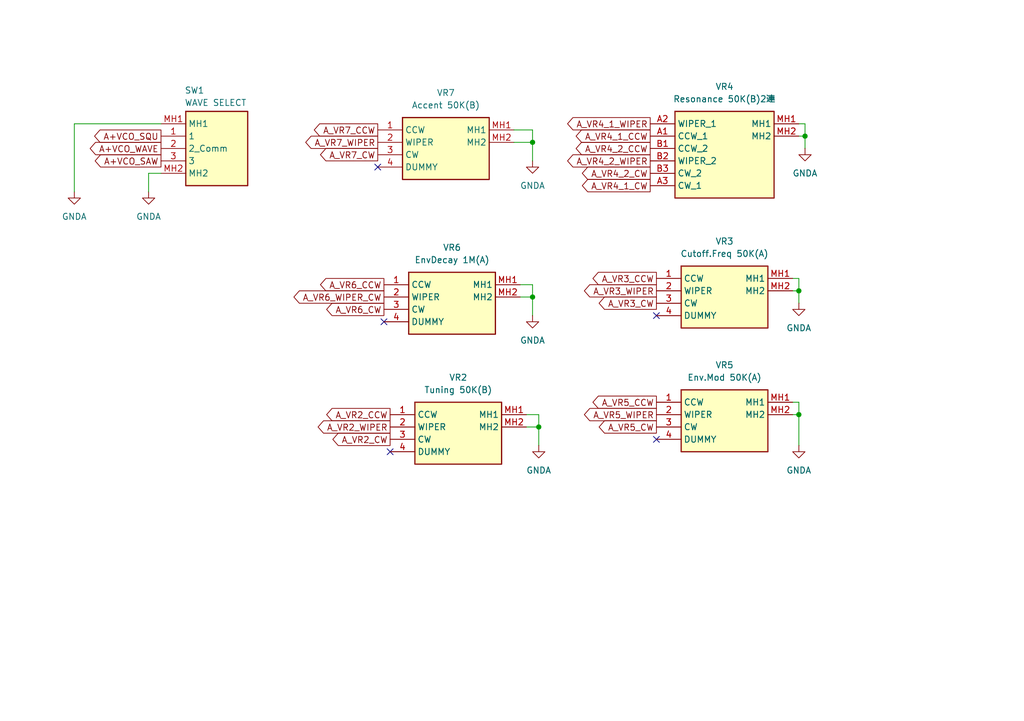
<source format=kicad_sch>
(kicad_sch (version 20231120) (generator "eeschema") (generator_version "8.0")
  (paper "A5")
  (lib_symbols
    (symbol "SamacSys_Parts:2MS1T1B4VS2QES"
      (property "Reference" "IC" (at 19.05 7.62 0))
      (property "Value" "2MS1T1B4VS2QES" (at 19.05 5.08 0))
      (symbol "2MS1T1B4VS2QES_1_1"
        (rectangle (start 5.08 2.54) (end 17.78 -12.7) (stroke (width 0.254)) (fill (type background)))
        (pin passive line (at 0 -2.54 0) (length 5.08) (name "1") (number "1"))
        (pin passive line (at 0 -5.08 0) (length 5.08) (name "2_Comm") (number "2"))
        (pin passive line (at 0 -7.62 0) (length 5.08) (name "3") (number "3"))
        (pin passive line (at 0 0 0) (length 5.08) (name "MH1") (number "MH1"))
        (pin passive line (at 0 -10.16 0) (length 5.08) (name "MH2") (number "MH2"))
      )
    )
    (symbol "SamacSys_Parts:PTV111-3420A-A103"
      (property "Reference" "VR" (at 24.13 7.62 0))
      (property "Value" "PTV111-3420A-A103" (at 24.13 5.08 0))
      (symbol "PTV111-3420A-A103_1_1"
        (rectangle (start 5.08 2.54) (end 22.86 -10.16) (stroke (width 0.254)) (fill (type background)))
        (pin passive line (at 0 0 0) (length 5.08) (name "CCW") (number "1"))
        (pin passive line (at 0 -2.54 0) (length 5.08) (name "WIPER") (number "2"))
        (pin passive line (at 0 -5.08 0) (length 5.08) (name "CW") (number "3"))
        (pin passive line (at 0 -7.62 0) (length 5.08) (name "DUMMY") (number "4"))
        (pin passive line (at 27.94 0 180) (length 5.08) (name "MH1") (number "MH1"))
        (pin passive line (at 27.94 -2.54 180) (length 5.08) (name "MH2") (number "MH2"))
      )
    )
    (symbol "SamacSys_Parts:PTV112-4420A-A504"
      (property "Reference" "VR" (at 26.67 7.62 0))
      (property "Value" "PTV112-4420A-A504" (at 26.67 5.08 0))
      (symbol "PTV112-4420A-A504_1_1"
        (rectangle (start 5.08 2.54) (end 25.4 -15.24) (stroke (width 0.254)) (fill (type background)))
        (pin passive line (at 0 -2.54 0) (length 5.08) (name "CCW_1") (number "A1"))
        (pin passive line (at 0 0 0) (length 5.08) (name "WIPER_1") (number "A2"))
        (pin passive line (at 0 -12.7 0) (length 5.08) (name "CW_1") (number "A3"))
        (pin passive line (at 0 -5.08 0) (length 5.08) (name "CCW_2") (number "B1"))
        (pin passive line (at 0 -7.62 0) (length 5.08) (name "WIPER_2") (number "B2"))
        (pin passive line (at 0 -10.16 0) (length 5.08) (name "CW_2") (number "B3"))
        (pin passive line (at 30.48 0 180) (length 5.08) (name "MH1") (number "MH1"))
        (pin passive line (at 30.48 -2.54 180) (length 5.08) (name "MH2") (number "MH2"))
      )
    )
    (symbol "power:GNDA" (power) (pin_numbers hide) (pin_names (offset 0) hide)
      (property "Value" "GNDA" (at 0 -3.81 0))
      (symbol "GNDA_0_1"
        (polyline (pts (xy 0 0) (xy 0 -1.27) (xy 1.27 -1.27) (xy 0 -2.54) (xy -1.27 -1.27) (xy 0 -1.27)))
      )
      (symbol "GNDA_1_1"
        (pin power_in line (at 0 0 270) (length 0) (name "~") (number "1"))
      )
    )
  )
  (junction (at 109.22 60.96))
  (junction (at 163.83 59.69))
  (junction (at 110.49 87.63))
  (junction (at 165.1 27.94))
  (junction (at 109.22 29.21))
  (junction (at 163.83 85.09))
  (no_connect (at 77.47 34.29))
  (no_connect (at 134.62 90.17))
  (no_connect (at 134.62 64.77))
  (no_connect (at 78.74 66.04))
  (no_connect (at 80.01 92.71))
  (wire (pts (xy 109.22 60.96) (xy 109.22 64.77)))
  (wire (pts (xy 106.68 58.42) (xy 109.22 58.42)))
  (wire (pts (xy 107.95 87.63) (xy 110.49 87.63)))
  (wire (pts (xy 163.83 57.15) (xy 163.83 59.69)))
  (wire (pts (xy 163.83 25.4) (xy 165.1 25.4)))
  (wire (pts (xy 110.49 85.09) (xy 110.49 87.63)))
  (wire (pts (xy 105.41 29.21) (xy 109.22 29.21)))
  (wire (pts (xy 162.56 59.69) (xy 163.83 59.69)))
  (wire (pts (xy 109.22 29.21) (xy 109.22 33.02)))
  (wire (pts (xy 110.49 87.63) (xy 110.49 91.44)))
  (wire (pts (xy 106.68 60.96) (xy 109.22 60.96)))
  (wire (pts (xy 163.83 27.94) (xy 165.1 27.94)))
  (wire (pts (xy 109.22 58.42) (xy 109.22 60.96)))
  (wire (pts (xy 163.83 82.55) (xy 163.83 85.09)))
  (wire (pts (xy 105.41 26.67) (xy 109.22 26.67)))
  (wire (pts (xy 15.24 25.4) (xy 15.24 39.37)))
  (wire (pts (xy 163.83 85.09) (xy 163.83 91.44)))
  (wire (pts (xy 33.02 35.56) (xy 30.48 35.56)))
  (wire (pts (xy 33.02 25.4) (xy 15.24 25.4)))
  (wire (pts (xy 165.1 25.4) (xy 165.1 27.94)))
  (wire (pts (xy 162.56 82.55) (xy 163.83 82.55)))
  (wire (pts (xy 162.56 85.09) (xy 163.83 85.09)))
  (wire (pts (xy 109.22 26.67) (xy 109.22 29.21)))
  (wire (pts (xy 162.56 57.15) (xy 163.83 57.15)))
  (wire (pts (xy 163.83 59.69) (xy 163.83 62.23)))
  (wire (pts (xy 107.95 85.09) (xy 110.49 85.09)))
  (wire (pts (xy 30.48 35.56) (xy 30.48 39.37)))
  (wire (pts (xy 165.1 27.94) (xy 165.1 30.48)))
  (global_label "A+VCO_WAVE" (shape output) (at 33.02 30.48 180) (property "Intersheetrefs" "${INTERSHEET_REFS}" (effects (hide yes))))
  (global_label "A_VR4_1_CCW" (shape output) (at 133.35 27.94 180) (property "Intersheetrefs" "${INTERSHEET_REFS}" (effects (hide yes))))
  (global_label "A_VR3_WIPER" (shape output) (at 134.62 59.69 180) (property "Intersheetrefs" "${INTERSHEET_REFS}" (effects (hide yes))))
  (global_label "A_VR3_CW" (shape output) (at 134.62 62.23 180) (property "Intersheetrefs" "${INTERSHEET_REFS}" (effects (hide yes))))
  (global_label "A+VCO_SQU" (shape output) (at 33.02 27.94 180) (property "Intersheetrefs" "${INTERSHEET_REFS}" (effects (hide yes))))
  (global_label "A_VR4_1_CW" (shape output) (at 133.35 38.1 180) (property "Intersheetrefs" "${INTERSHEET_REFS}" (effects (hide yes))))
  (global_label "A_VR7_WIPER" (shape output) (at 77.47 29.21 180) (property "Intersheetrefs" "${INTERSHEET_REFS}" (effects (hide yes))))
  (global_label "A_VR7_CW" (shape output) (at 77.47 31.75 180) (property "Intersheetrefs" "${INTERSHEET_REFS}" (effects (hide yes))))
  (global_label "A_VR6_CW" (shape output) (at 78.74 63.5 180) (property "Intersheetrefs" "${INTERSHEET_REFS}" (effects (hide yes))))
  (global_label "A_VR2_WIPER" (shape output) (at 80.01 87.63 180) (property "Intersheetrefs" "${INTERSHEET_REFS}" (effects (hide yes))))
  (global_label "A_VR6_WIPER_CW" (shape output) (at 78.74 60.96 180) (property "Intersheetrefs" "${INTERSHEET_REFS}" (effects (hide yes))))
  (global_label "A_VR7_CCW" (shape output) (at 77.47 26.67 180) (property "Intersheetrefs" "${INTERSHEET_REFS}" (effects (hide yes))))
  (global_label "A_VR4_2_CW" (shape output) (at 133.35 35.56 180) (property "Intersheetrefs" "${INTERSHEET_REFS}" (effects (hide yes))))
  (global_label "A_VR4_2_WIPER" (shape output) (at 133.35 33.02 180) (property "Intersheetrefs" "${INTERSHEET_REFS}" (effects (hide yes))))
  (global_label "A+VCO_SAW" (shape output) (at 33.02 33.02 180) (property "Intersheetrefs" "${INTERSHEET_REFS}" (effects (hide yes))))
  (global_label "A_VR5_CCW" (shape output) (at 134.62 82.55 180) (property "Intersheetrefs" "${INTERSHEET_REFS}" (effects (hide yes))))
  (global_label "A_VR4_2_CCW" (shape output) (at 133.35 30.48 180) (property "Intersheetrefs" "${INTERSHEET_REFS}" (effects (hide yes))))
  (global_label "A_VR2_CW" (shape output) (at 80.01 90.17 180) (property "Intersheetrefs" "${INTERSHEET_REFS}" (effects (hide yes))))
  (global_label "A_VR6_CCW" (shape output) (at 78.74 58.42 180) (property "Intersheetrefs" "${INTERSHEET_REFS}" (effects (hide yes))))
  (global_label "A_VR2_CCW" (shape output) (at 80.01 85.09 180) (property "Intersheetrefs" "${INTERSHEET_REFS}" (effects (hide yes))))
  (global_label "A_VR5_WIPER" (shape output) (at 134.62 85.09 180) (property "Intersheetrefs" "${INTERSHEET_REFS}" (effects (hide yes))))
  (global_label "A_VR3_CCW" (shape output) (at 134.62 57.15 180) (property "Intersheetrefs" "${INTERSHEET_REFS}" (effects (hide yes))))
  (global_label "A_VR5_CW" (shape output) (at 134.62 87.63 180) (property "Intersheetrefs" "${INTERSHEET_REFS}" (effects (hide yes))))
  (global_label "A_VR4_1_WIPER" (shape output) (at 133.35 25.4 180) (property "Intersheetrefs" "${INTERSHEET_REFS}" (effects (hide yes))))
  (symbol (lib_id "power:GNDA") (at 163.83 91.44 0) (unit 1)
    (property "Reference" "#PWR013" (effects (hide yes)))
    (property "Value" "GNDA" (at 163.83 96.52 0))
    (property "Description" "Power symbol creates a global label with name \"GNDA\" , analog ground" (effects (hide yes)))
  )
  (symbol (lib_id "SamacSys_Parts:PTV112-4420A-A504") (at 133.35 25.4 0) (unit 1)
    (property "Reference" "VR4" (at 148.59 17.78 0))
    (property "Value" "Resonance 50K(B)2連" (at 148.59 20.32 0))
    (property "Footprint" "PTV1124420AA504" (effects (hide yes)))
    (property "Datasheet" "https://www.bourns.com/docs/Product-Datasheets/PTVPTT.pdf" (effects (hide yes)))
    (property "Description" "500k Ohm 2 Gang Logarithmic Through Hole, Snap In Potentiometer None 1.0 Kierros Carbon 0.05W, 1/20W PC Pins, Board Locks mh" (effects (hide yes)))
    (property "Height" "20.5" (effects (hide yes)))
    (property "Manufacturer_Name" "Bourns" (effects (hide yes)))
    (property "Manufacturer_Part_Number" "PTV112-4420A-A504" (effects (hide yes)))
    (property "Mouser Part Number" "652-PTV1124420AA504" (effects (hide yes)))
    (property "Mouser Price/Stock" "https://www.mouser.co.uk/ProductDetail/Bourns/PTV112-4420A-A504?qs=1391PzFVEGgoVx43fV4sQQ%3D%3D" (effects (hide yes)))
  )
  (symbol (lib_id "SamacSys_Parts:PTV111-3420A-A103") (at 134.62 82.55 0) (unit 1)
    (property "Reference" "VR5" (at 148.59 74.93 0))
    (property "Value" "Env.Mod 50K(A)" (at 148.59 77.47 0))
    (property "Footprint" "PTV1113420AA103" (effects (hide yes)))
    (property "Datasheet" "https://www.bourns.com/docs/Product-Datasheets/PTVPTT.pdf" (effects (hide yes)))
    (property "Description" "Potentiometers PANEL CONTROL" (effects (hide yes)))
    (property "Height" "27.5" (effects (hide yes)))
    (property "Manufacturer_Name" "Bourns" (effects (hide yes)))
    (property "Manufacturer_Part_Number" "PTV111-3420A-A103" (effects (hide yes)))
    (property "Mouser Part Number" "652-PTV1113420AA103" (effects (hide yes)))
    (property "Mouser Price/Stock" "https://www.mouser.co.uk/ProductDetail/Bourns/PTV111-3420A-A103?qs=Zq5ylnUbLm6%252B83XsyS3Q%252Bw%3D%3D" (effects (hide yes)))
    (property "Arrow Part Number" "PTV111-3420A-A103" (effects (hide yes)))
    (property "Arrow Price/Stock" "https://www.arrow.com/en/products/ptv111-3420a-a103/bourns?region=nac" (effects (hide yes)))
  )
  (symbol (lib_id "power:GNDA") (at 109.22 64.77 0) (unit 1)
    (property "Reference" "#PWR011" (effects (hide yes)))
    (property "Value" "GNDA" (at 109.22 69.85 0))
    (property "Description" "Power symbol creates a global label with name \"GNDA\" , analog ground" (effects (hide yes)))
  )
  (symbol (lib_id "power:GNDA") (at 110.49 91.44 0) (unit 1)
    (property "Reference" "#PWR012" (effects (hide yes)))
    (property "Value" "GNDA" (at 110.49 96.52 0))
    (property "Description" "Power symbol creates a global label with name \"GNDA\" , analog ground" (effects (hide yes)))
  )
  (symbol (lib_id "SamacSys_Parts:PTV111-3420A-A103") (at 78.74 58.42 0) (unit 1)
    (property "Reference" "VR6" (at 92.71 50.8 0))
    (property "Value" "EnvDecay 1M(A)" (at 92.71 53.34 0))
    (property "Footprint" "PTV1113420AA103" (effects (hide yes)))
    (property "Datasheet" "https://www.bourns.com/docs/Product-Datasheets/PTVPTT.pdf" (effects (hide yes)))
    (property "Description" "Potentiometers PANEL CONTROL" (effects (hide yes)))
    (property "Height" "27.5" (effects (hide yes)))
    (property "Manufacturer_Name" "Bourns" (effects (hide yes)))
    (property "Manufacturer_Part_Number" "PTV111-3420A-A103" (effects (hide yes)))
    (property "Mouser Part Number" "652-PTV1113420AA103" (effects (hide yes)))
    (property "Mouser Price/Stock" "https://www.mouser.co.uk/ProductDetail/Bourns/PTV111-3420A-A103?qs=Zq5ylnUbLm6%252B83XsyS3Q%252Bw%3D%3D" (effects (hide yes)))
    (property "Arrow Part Number" "PTV111-3420A-A103" (effects (hide yes)))
    (property "Arrow Price/Stock" "https://www.arrow.com/en/products/ptv111-3420a-a103/bourns?region=nac" (effects (hide yes)))
  )
  (symbol (lib_id "power:GNDA") (at 109.22 33.02 0) (unit 1)
    (property "Reference" "#PWR010" (effects (hide yes)))
    (property "Value" "GNDA" (at 109.22 38.1 0))
    (property "Description" "Power symbol creates a global label with name \"GNDA\" , analog ground" (effects (hide yes)))
  )
  (symbol (lib_id "power:GNDA") (at 163.83 62.23 0) (unit 1)
    (property "Reference" "#PWR014" (effects (hide yes)))
    (property "Value" "GNDA" (at 163.83 67.31 0))
    (property "Description" "Power symbol creates a global label with name \"GNDA\" , analog ground" (effects (hide yes)))
  )
  (symbol (lib_id "power:GNDA") (at 30.48 39.37 0) (unit 1)
    (property "Reference" "#PWR08" (effects (hide yes)))
    (property "Value" "GNDA" (at 30.48 44.45 0))
    (property "Description" "Power symbol creates a global label with name \"GNDA\" , analog ground" (effects (hide yes)))
  )
  (symbol (lib_id "SamacSys_Parts:PTV111-3420A-A103") (at 77.47 26.67 0) (unit 1)
    (property "Reference" "VR7" (at 91.44 19.05 0))
    (property "Value" "Accent 50K(B)" (at 91.44 21.59 0))
    (property "Footprint" "PTV1113420AA103" (effects (hide yes)))
    (property "Datasheet" "https://www.bourns.com/docs/Product-Datasheets/PTVPTT.pdf" (effects (hide yes)))
    (property "Description" "Potentiometers PANEL CONTROL" (effects (hide yes)))
    (property "Height" "27.5" (effects (hide yes)))
    (property "Manufacturer_Name" "Bourns" (effects (hide yes)))
    (property "Manufacturer_Part_Number" "PTV111-3420A-A103" (effects (hide yes)))
    (property "Mouser Part Number" "652-PTV1113420AA103" (effects (hide yes)))
    (property "Mouser Price/Stock" "https://www.mouser.co.uk/ProductDetail/Bourns/PTV111-3420A-A103?qs=Zq5ylnUbLm6%252B83XsyS3Q%252Bw%3D%3D" (effects (hide yes)))
    (property "Arrow Part Number" "PTV111-3420A-A103" (effects (hide yes)))
    (property "Arrow Price/Stock" "https://www.arrow.com/en/products/ptv111-3420a-a103/bourns?region=nac" (effects (hide yes)))
  )
  (symbol (lib_id "SamacSys_Parts:2MS1T1B4VS2QES") (at 33.02 25.4 0) (unit 1)
    (property "Reference" "SW1" (at 37.846 18.542 0) (effects (justify left)))
    (property "Value" "WAVE SELECT" (at 37.846 21.082 0) (effects (justify left)))
    (property "Footprint" "2MS1T1B4VS2QES" (effects (hide yes)))
    (property "Datasheet" "https://akizukidenshi.com/download/ds/cosland/2MS1-T1-B4-VS2-Q-E-S.pdf" (effects (hide yes)))
    (property "Description" "Toggle Switches" (effects (hide yes)))
    (property "Height" "23.61" (effects (hide yes)))
    (property "Manufacturer_Name" "Dailywell" (effects (hide yes)))
    (property "Manufacturer_Part_Number" "2MS1T1B4VS2QES" (effects (hide yes)))
    (property "Mouser Part Number" "N/A" (effects (hide yes)))
    (property "Mouser Price/Stock" "https://www.mouser.co.uk/ProductDetail/Dailywell/2MS1T1B4VS2QES?qs=Zz7%252BYVVL6bHHqAn5ycuDAQ%3D%3D" (effects (hide yes)))
  )
  (symbol (lib_id "power:GNDA") (at 165.1 30.48 0) (unit 1)
    (property "Reference" "#PWR015" (effects (hide yes)))
    (property "Value" "GNDA" (at 165.1 35.56 0))
    (property "Description" "Power symbol creates a global label with name \"GNDA\" , analog ground" (effects (hide yes)))
  )
  (symbol (lib_id "SamacSys_Parts:PTV111-3420A-A103") (at 134.62 57.15 0) (unit 1)
    (property "Reference" "VR3" (at 148.59 49.53 0))
    (property "Value" "Cutoff.Freq 50K(A)" (at 148.59 52.07 0))
    (property "Footprint" "PTV1113420AA103" (effects (hide yes)))
    (property "Datasheet" "https://www.bourns.com/docs/Product-Datasheets/PTVPTT.pdf" (effects (hide yes)))
    (property "Description" "Potentiometers PANEL CONTROL" (effects (hide yes)))
    (property "Height" "27.5" (effects (hide yes)))
    (property "Manufacturer_Name" "Bourns" (effects (hide yes)))
    (property "Manufacturer_Part_Number" "PTV111-3420A-A103" (effects (hide yes)))
    (property "Mouser Part Number" "652-PTV1113420AA103" (effects (hide yes)))
    (property "Mouser Price/Stock" "https://www.mouser.co.uk/ProductDetail/Bourns/PTV111-3420A-A103?qs=Zq5ylnUbLm6%252B83XsyS3Q%252Bw%3D%3D" (effects (hide yes)))
    (property "Arrow Part Number" "PTV111-3420A-A103" (effects (hide yes)))
    (property "Arrow Price/Stock" "https://www.arrow.com/en/products/ptv111-3420a-a103/bourns?region=nac" (effects (hide yes)))
  )
  (symbol (lib_id "power:GNDA") (at 15.24 39.37 0) (unit 1)
    (property "Reference" "#PWR09" (effects (hide yes)))
    (property "Value" "GNDA" (at 15.24 44.45 0))
    (property "Description" "Power symbol creates a global label with name \"GNDA\" , analog ground" (effects (hide yes)))
  )
  (symbol (lib_id "SamacSys_Parts:PTV111-3420A-A103") (at 80.01 85.09 0) (unit 1)
    (property "Reference" "VR2" (at 93.98 77.47 0))
    (property "Value" "Tuning 50K(B)" (at 93.98 80.01 0))
    (property "Footprint" "PTV1113420AA103" (effects (hide yes)))
    (property "Datasheet" "https://www.bourns.com/docs/Product-Datasheets/PTVPTT.pdf" (effects (hide yes)))
    (property "Description" "Potentiometers PANEL CONTROL" (effects (hide yes)))
    (property "Height" "27.5" (effects (hide yes)))
    (property "Manufacturer_Name" "Bourns" (effects (hide yes)))
    (property "Manufacturer_Part_Number" "PTV111-3420A-A103" (effects (hide yes)))
    (property "Mouser Part Number" "652-PTV1113420AA103" (effects (hide yes)))
    (property "Mouser Price/Stock" "https://www.mouser.co.uk/ProductDetail/Bourns/PTV111-3420A-A103?qs=Zq5ylnUbLm6%252B83XsyS3Q%252Bw%3D%3D" (effects (hide yes)))
    (property "Arrow Part Number" "PTV111-3420A-A103" (effects (hide yes)))
    (property "Arrow Price/Stock" "https://www.arrow.com/en/products/ptv111-3420a-a103/bourns?region=nac" (effects (hide yes)))
  )
)
</source>
